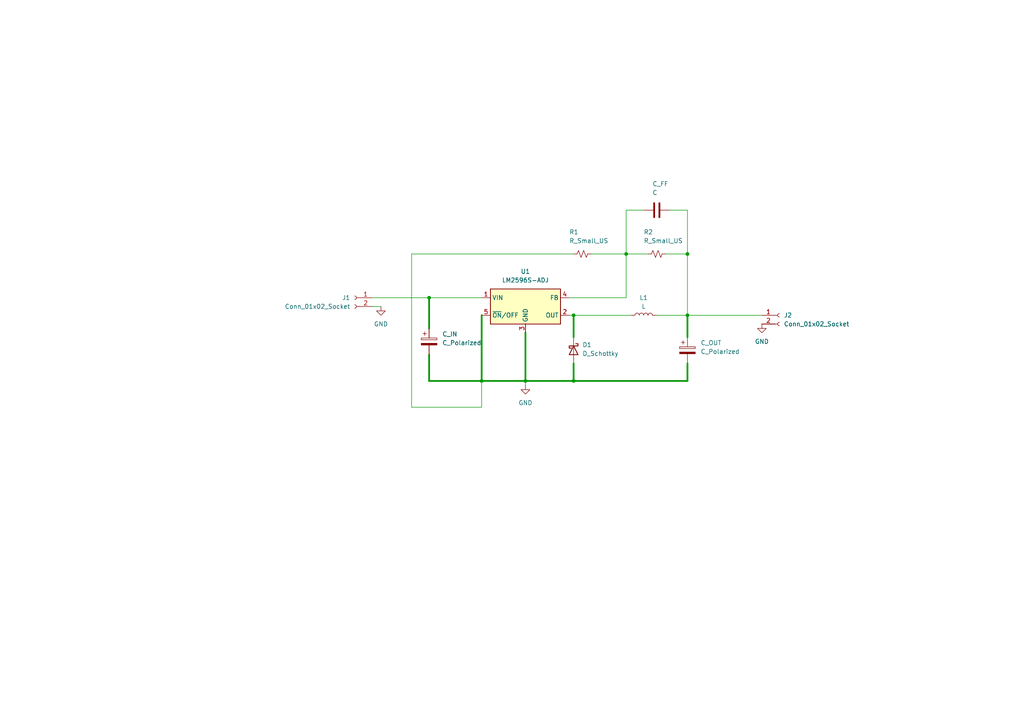
<source format=kicad_sch>
(kicad_sch (version 20230121) (generator eeschema)
  (paper "A4")
  (lib_symbols
    (symbol "Connector:Conn_01x02_Socket" (pin_names (offset 1.016) hide)
      (property "Reference" "J" (at 0 2.54 0))
      (property "Value" "Conn_01x02_Socket" (at 0 -5.08 0))
      (symbol "Conn_01x02_Socket_1_1"
        (arc (start 0 -2.032) (mid -0.5058 -2.54) (end 0 -3.048) (stroke (width 0.1524)))
        (polyline (pts (xy -1.27 -2.54) (xy -0.508 -2.54)) (stroke (width 0.1524)))
        (polyline (pts (xy -1.27 0) (xy -0.508 0)) (stroke (width 0.1524)))
        (arc (start 0 0.508) (mid -0.5058 0) (end 0 -0.508) (stroke (width 0.1524)))
        (pin passive line (at -5.08 0 0) (length 3.81) (name "Pin_1") (number "1"))
        (pin passive line (at -5.08 -2.54 0) (length 3.81) (name "Pin_2") (number "2"))
      )
    )
    (symbol "Device:C" (pin_numbers hide) (pin_names (offset 0.254))
      (property "Reference" "C" (at 0.635 2.54 0))
      (property "Value" "C" (at 0.635 -2.54 0))
      (symbol "C_0_1"
        (polyline (pts (xy -2.032 -0.762) (xy 2.032 -0.762)) (stroke (width 0.508)))
        (polyline (pts (xy -2.032 0.762) (xy 2.032 0.762)) (stroke (width 0.508)))
      )
      (symbol "C_1_1"
        (pin passive line (at 0 3.81 270) (length 2.794) (name "~") (number "1"))
        (pin passive line (at 0 -3.81 90) (length 2.794) (name "~") (number "2"))
      )
    )
    (symbol "Device:C_Polarized" (pin_numbers hide) (pin_names (offset 0.254))
      (property "Reference" "C" (at 0.635 2.54 0))
      (property "Value" "C_Polarized" (at 0.635 -2.54 0))
      (symbol "C_Polarized_0_1"
        (rectangle (start -2.286 0.508) (end 2.286 1.016))
        (polyline (pts (xy -1.778 2.286) (xy -0.762 2.286)))
        (polyline (pts (xy -1.27 2.794) (xy -1.27 1.778)))
        (rectangle (start 2.286 -0.508) (end -2.286 -1.016) (fill (type outline)))
      )
      (symbol "C_Polarized_1_1"
        (pin passive line (at 0 3.81 270) (length 2.794) (name "~") (number "1"))
        (pin passive line (at 0 -3.81 90) (length 2.794) (name "~") (number "2"))
      )
    )
    (symbol "Device:D_Schottky" (pin_numbers hide) (pin_names (offset 1.016) hide)
      (property "Reference" "D" (at 0 2.54 0))
      (property "Value" "D_Schottky" (at 0 -2.54 0))
      (symbol "D_Schottky_0_1"
        (polyline (pts (xy 1.27 0) (xy -1.27 0)))
        (polyline (pts (xy 1.27 1.27) (xy 1.27 -1.27) (xy -1.27 0) (xy 1.27 1.27)) (stroke (width 0.254)))
        (polyline (pts (xy -1.905 0.635) (xy -1.905 1.27) (xy -1.27 1.27) (xy -1.27 -1.27) (xy -0.635 -1.27) (xy -0.635 -0.635)) (stroke (width 0.254)))
      )
      (symbol "D_Schottky_1_1"
        (pin passive line (at -3.81 0 0) (length 2.54) (name "K") (number "1"))
        (pin passive line (at 3.81 0 180) (length 2.54) (name "A") (number "2"))
      )
    )
    (symbol "Device:L" (pin_numbers hide) (pin_names (offset 1.016) hide)
      (property "Reference" "L" (at -1.27 0 90))
      (property "Value" "L" (at 1.905 0 90))
      (symbol "L_0_1"
        (arc (start 0 -2.54) (mid 0.6323 -1.905) (end 0 -1.27))
        (arc (start 0 -1.27) (mid 0.6323 -0.635) (end 0 0))
        (arc (start 0 0) (mid 0.6323 0.635) (end 0 1.27))
        (arc (start 0 1.27) (mid 0.6323 1.905) (end 0 2.54))
      )
      (symbol "L_1_1"
        (pin passive line (at 0 3.81 270) (length 1.27) (name "1") (number "1"))
        (pin passive line (at 0 -3.81 90) (length 1.27) (name "2") (number "2"))
      )
    )
    (symbol "Device:R_Small_US" (pin_numbers hide) (pin_names (offset 0.254) hide)
      (property "Reference" "R" (at 0.762 0.508 0))
      (property "Value" "R_Small_US" (at 0.762 -1.016 0))
      (symbol "R_Small_US_1_1"
        (polyline (pts (xy 0 0) (xy 1.016 -0.381) (xy 0 -0.762) (xy -1.016 -1.143) (xy 0 -1.524)))
        (polyline (pts (xy 0 1.524) (xy 1.016 1.143) (xy 0 0.762) (xy -1.016 0.381) (xy 0 0)))
        (pin passive line (at 0 2.54 270) (length 1.016) (name "~") (number "1"))
        (pin passive line (at 0 -2.54 90) (length 1.016) (name "~") (number "2"))
      )
    )
    (symbol "Regulator_Switching:LM2596S-ADJ"
      (property "Reference" "U" (at -10.16 6.35 0))
      (property "Value" "LM2596S-ADJ" (at 0 6.35 0))
      (symbol "LM2596S-ADJ_0_1"
        (rectangle (start -10.16 5.08) (end 10.16 -5.08) (stroke (width 0.254)) (fill (type background)))
      )
      (symbol "LM2596S-ADJ_1_1"
        (pin power_in line (at -12.7 2.54 0) (length 2.54) (name "VIN") (number "1"))
        (pin output line (at 12.7 -2.54 180) (length 2.54) (name "OUT") (number "2"))
        (pin power_in line (at 0 -7.62 90) (length 2.54) (name "GND") (number "3"))
        (pin input line (at 12.7 2.54 180) (length 2.54) (name "FB") (number "4"))
        (pin input line (at -12.7 -2.54 0) (length 2.54) (name "~{ON}/OFF") (number "5"))
      )
    )
    (symbol "power:GND" (power) (pin_names (offset 0))
      (property "Value" "GND" (at 0 -3.81 0))
      (symbol "GND_0_1"
        (polyline (pts (xy 0 0) (xy 0 -1.27) (xy 1.27 -1.27) (xy 0 -2.54) (xy -1.27 -1.27) (xy 0 -1.27)))
      )
      (symbol "GND_1_1"
        (pin power_in line (at 0 0 270) (length 0) hide (name "GND") (number "1"))
      )
    )
  )
  (junction (at 199.39 73.66))
  (junction (at 166.37 110.49))
  (junction (at 152.4 110.49))
  (junction (at 199.39 91.44))
  (junction (at 181.61 73.66))
  (junction (at 139.7 110.49))
  (junction (at 124.46 86.36))
  (junction (at 166.37 91.44))
  (wire (pts (xy 181.61 86.36) (xy 181.61 73.66)))
  (wire (pts (xy 139.7 91.44) (xy 139.7 110.49)) (stroke (width 0.5)))
  (wire (pts (xy 166.37 105.41) (xy 166.37 110.49)) (stroke (width 0.5)))
  (wire (pts (xy 199.39 105.41) (xy 199.39 110.49)) (stroke (width 0.5)))
  (wire (pts (xy 107.95 88.9) (xy 110.49 88.9)))
  (wire (pts (xy 152.4 96.52) (xy 152.4 110.49)) (stroke (width 0.5)))
  (wire (pts (xy 181.61 73.66) (xy 187.96 73.66)))
  (wire (pts (xy 166.37 73.66) (xy 119.38 73.66)))
  (wire (pts (xy 199.39 97.79) (xy 199.39 91.44)) (stroke (width 0.5)))
  (wire (pts (xy 166.37 110.49) (xy 152.4 110.49)) (stroke (width 0.5)))
  (wire (pts (xy 107.95 86.36) (xy 124.46 86.36)))
  (wire (pts (xy 124.46 110.49) (xy 124.46 102.87)) (stroke (width 0.5)))
  (wire (pts (xy 171.45 73.66) (xy 181.61 73.66)))
  (wire (pts (xy 166.37 91.44) (xy 166.37 97.79)) (stroke (width 0.5)))
  (wire (pts (xy 190.5 91.44) (xy 199.39 91.44)))
  (wire (pts (xy 199.39 110.49) (xy 166.37 110.49)) (stroke (width 0.5)))
  (wire (pts (xy 124.46 86.36) (xy 124.46 95.25)) (stroke (width 0.5)))
  (wire (pts (xy 139.7 118.11) (xy 139.7 110.49)))
  (wire (pts (xy 199.39 60.96) (xy 199.39 73.66)))
  (wire (pts (xy 193.04 73.66) (xy 199.39 73.66)))
  (wire (pts (xy 181.61 60.96) (xy 181.61 73.66)))
  (wire (pts (xy 124.46 110.49) (xy 139.7 110.49)) (stroke (width 0.5)))
  (wire (pts (xy 199.39 73.66) (xy 199.39 91.44)))
  (wire (pts (xy 139.7 110.49) (xy 152.4 110.49)) (stroke (width 0.5)))
  (wire (pts (xy 199.39 60.96) (xy 194.31 60.96)))
  (wire (pts (xy 152.4 110.49) (xy 152.4 111.76)))
  (wire (pts (xy 165.1 91.44) (xy 166.37 91.44)))
  (wire (pts (xy 124.46 86.36) (xy 139.7 86.36)))
  (wire (pts (xy 119.38 118.11) (xy 139.7 118.11)))
  (wire (pts (xy 186.69 60.96) (xy 181.61 60.96)))
  (wire (pts (xy 166.37 91.44) (xy 182.88 91.44)))
  (wire (pts (xy 165.1 86.36) (xy 181.61 86.36)))
  (wire (pts (xy 199.39 91.44) (xy 220.98 91.44)))
  (wire (pts (xy 119.38 73.66) (xy 119.38 118.11)))
  (symbol (lib_id "Regulator_Switching:LM2596S-ADJ") (at 152.4 88.9 0) (unit 1)
    (property "Reference" "U1" (at 152.4 78.74 0))
    (property "Value" "LM2596S-ADJ" (at 152.4 81.28 0))
    (property "Footprint" "Package_TO_SOT_SMD:TO-263-5_TabPin3" (effects hide))
    (property "Datasheet" "http://www.ti.com/lit/ds/symlink/lm2596.pdf" (effects hide))
  )
  (symbol (lib_id "Device:R_Small_US") (at 168.91 73.66 90) (unit 1)
    (property "Reference" "R1" (at 165.1 67.31 90) (effects (justify right)))
    (property "Value" "R_Small_US" (at 165.1 69.85 90) (effects (justify right)))
  )
  (symbol (lib_id "power:GND") (at 152.4 111.76 0) (unit 1)
    (property "Reference" "#PWR01" (effects hide))
    (property "Value" "GND" (at 152.4 116.84 0))
  )
  (symbol (lib_id "Device:R_Small_US") (at 190.5 73.66 90) (unit 1)
    (property "Reference" "R2" (at 186.69 67.31 90) (effects (justify right)))
    (property "Value" "R_Small_US" (at 186.69 69.85 90) (effects (justify right)))
  )
  (symbol (lib_id "Device:C_Polarized") (at 199.39 101.6 0) (unit 1)
    (property "Reference" "C_OUT" (at 203.2 99.441 0) (effects (justify left)))
    (property "Value" "C_Polarized" (at 203.2 101.981 0) (effects (justify left)))
  )
  (symbol (lib_id "Device:D_Schottky") (at 166.37 101.6 270) (unit 1)
    (property "Reference" "D1" (at 168.91 100.0125 90) (effects (justify left)))
    (property "Value" "D_Schottky" (at 168.91 102.5525 90) (effects (justify left)))
  )
  (symbol (lib_id "Device:L") (at 186.69 91.44 90) (unit 1)
    (property "Reference" "L1" (at 186.69 86.36 90))
    (property "Value" "L" (at 186.69 88.9 90))
  )
  (symbol (lib_id "power:GND") (at 110.49 88.9 0) (unit 1)
    (property "Reference" "#PWR02" (effects hide))
    (property "Value" "GND" (at 110.49 93.98 0))
  )
  (symbol (lib_id "Device:C") (at 190.5 60.96 90) (unit 1)
    (property "Reference" "C_FF" (at 189.23 53.34 90) (effects (justify right)))
    (property "Value" "C" (at 189.23 55.88 90) (effects (justify right)))
  )
  (symbol (lib_id "power:GND") (at 220.98 93.98 0) (mirror y) (unit 1)
    (property "Reference" "#PWR03" (effects hide))
    (property "Value" "GND" (at 220.98 99.06 0))
  )
  (symbol (lib_id "Device:C_Polarized") (at 124.46 99.06 0) (unit 1)
    (property "Reference" "C_IN" (at 128.27 96.901 0) (effects (justify left)))
    (property "Value" "C_Polarized" (at 128.27 99.441 0) (effects (justify left)))
  )
  (symbol (lib_id "Connector:Conn_01x02_Socket") (at 226.06 91.44 0) (unit 1)
    (property "Reference" "J2" (at 227.33 91.44 0) (effects (justify left)))
    (property "Value" "Conn_01x02_Socket" (at 227.33 93.98 0) (effects (justify left)))
    (property "Footprint" "Mechatronic Footprints:AMASS_XT60-M_1x02_P7.20mm_Vertical" (effects hide))
  )
  (symbol (lib_id "Connector:Conn_01x02_Socket") (at 102.87 86.36 0) (mirror y) (unit 1)
    (property "Reference" "J1" (at 101.6 86.36 0) (effects (justify left)))
    (property "Value" "Conn_01x02_Socket" (at 101.6 88.9 0) (effects (justify left)))
    (property "Footprint" "Mechatronic Footprints:AMASS_XT60-M_1x02_P7.20mm_Vertical" (effects hide))
  )
)
</source>
